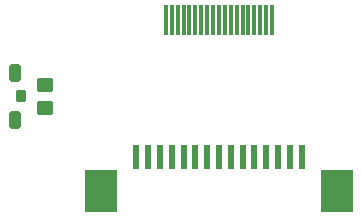
<source format=gbr>
%TF.GenerationSoftware,KiCad,Pcbnew,7.0.7*%
%TF.CreationDate,2023-11-23T16:05:47-08:00*%
%TF.ProjectId,MIPI2HDMI,4d495049-3248-4444-9d49-2e6b69636164,R1*%
%TF.SameCoordinates,Original*%
%TF.FileFunction,Paste,Top*%
%TF.FilePolarity,Positive*%
%FSLAX46Y46*%
G04 Gerber Fmt 4.6, Leading zero omitted, Abs format (unit mm)*
G04 Created by KiCad (PCBNEW 7.0.7) date 2023-11-23 16:05:47*
%MOMM*%
%LPD*%
G01*
G04 APERTURE LIST*
G04 Aperture macros list*
%AMRoundRect*
0 Rectangle with rounded corners*
0 $1 Rounding radius*
0 $2 $3 $4 $5 $6 $7 $8 $9 X,Y pos of 4 corners*
0 Add a 4 corners polygon primitive as box body*
4,1,4,$2,$3,$4,$5,$6,$7,$8,$9,$2,$3,0*
0 Add four circle primitives for the rounded corners*
1,1,$1+$1,$2,$3*
1,1,$1+$1,$4,$5*
1,1,$1+$1,$6,$7*
1,1,$1+$1,$8,$9*
0 Add four rect primitives between the rounded corners*
20,1,$1+$1,$2,$3,$4,$5,0*
20,1,$1+$1,$4,$5,$6,$7,0*
20,1,$1+$1,$6,$7,$8,$9,0*
20,1,$1+$1,$8,$9,$2,$3,0*%
G04 Aperture macros list end*
%ADD10R,0.300000X2.600000*%
%ADD11RoundRect,0.250000X-0.450000X0.350000X-0.450000X-0.350000X0.450000X-0.350000X0.450000X0.350000X0*%
%ADD12R,0.610000X2.000000*%
%ADD13R,2.680000X3.600000*%
%ADD14RoundRect,0.225000X-0.225000X0.275000X-0.225000X-0.275000X0.225000X-0.275000X0.225000X0.275000X0*%
%ADD15RoundRect,0.250000X-0.250000X0.500000X-0.250000X-0.500000X0.250000X-0.500000X0.250000X0.500000X0*%
G04 APERTURE END LIST*
D10*
%TO.C,J1*%
X109300000Y-80390000D03*
X109800000Y-80390000D03*
X110300000Y-80390000D03*
X110800000Y-80390000D03*
X111300000Y-80390000D03*
X111800000Y-80390000D03*
X112300000Y-80390000D03*
X112800000Y-80390000D03*
X113300000Y-80390000D03*
X113800000Y-80390000D03*
X114300000Y-80390000D03*
X114800000Y-80390000D03*
X115300000Y-80390000D03*
X115800000Y-80390000D03*
X116300000Y-80390000D03*
X116800000Y-80390000D03*
X117300000Y-80390000D03*
X117800000Y-80390000D03*
X118300000Y-80390000D03*
%TD*%
D11*
%TO.C,R2*%
X99040000Y-85830000D03*
X99040000Y-87830000D03*
%TD*%
D12*
%TO.C,J2*%
X120800000Y-92000000D03*
X119800000Y-92000000D03*
X118800000Y-92000000D03*
X117800000Y-92000000D03*
X116800000Y-92000000D03*
X115800000Y-92000000D03*
X114800000Y-92000000D03*
X113800000Y-92000000D03*
X112800000Y-92000000D03*
X111800000Y-92000000D03*
X110800000Y-92000000D03*
X109800000Y-92000000D03*
X108800000Y-92000000D03*
X107800000Y-92000000D03*
X106800000Y-92000000D03*
D13*
X103810000Y-94800000D03*
X123790000Y-94800000D03*
%TD*%
D14*
%TO.C,D2*%
X97040000Y-86830000D03*
D15*
X96490000Y-88830000D03*
X96490000Y-84830000D03*
%TD*%
M02*

</source>
